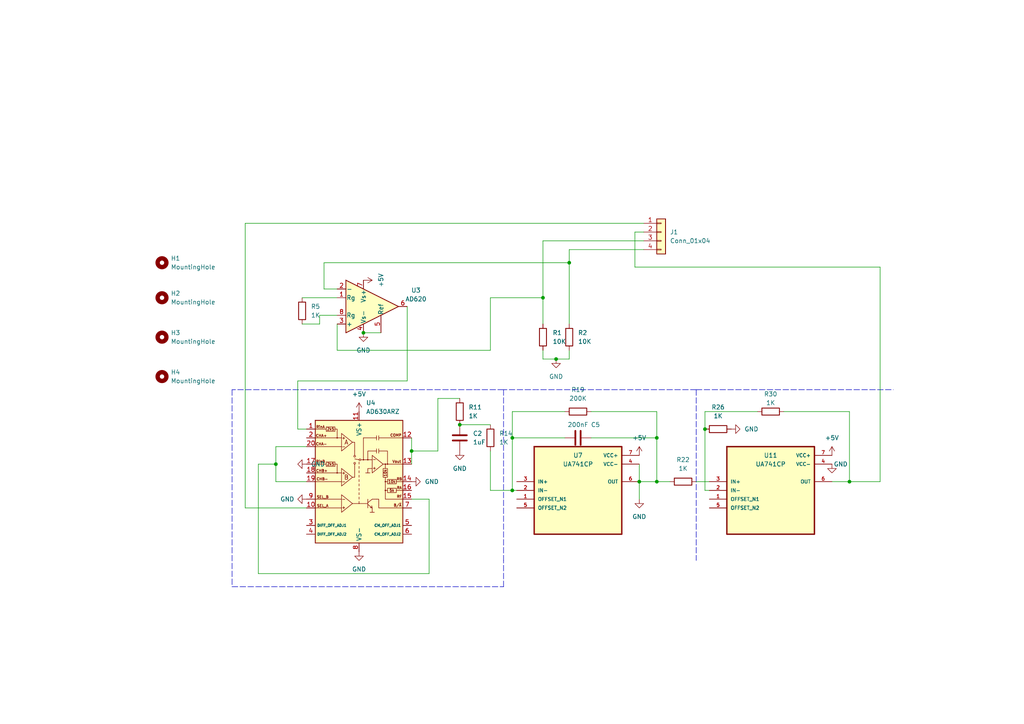
<source format=kicad_sch>
(kicad_sch (version 20211123) (generator eeschema)
  (paper "A4")
  (lib_symbols
    (symbol "Amplifier_Instrumentation:AD620" (pin_names (offset 0.127))
      (property "Reference" "U" (at 3.81 7.62 0))
      (property "Value" "AD620" (at 5.08 5.08 0))
      (symbol "AD620_0_1"
        (polyline (pts (xy -7.62 7.62) (xy -7.62 -7.62) (xy 7.62 0) (xy -7.62 7.62)) (stroke (width 0.254)) (fill (type background)))
      )
      (symbol "AD620_1_1"
        (pin passive line (at -10.16 2.54 0) (length 2.54) (name "Rg") (number "1"))
        (pin input line (at -10.16 5.08 0) (length 2.54) (name "-") (number "2"))
        (pin input line (at -10.16 -5.08 0) (length 2.54) (name "+") (number "3"))
        (pin power_in line (at -2.54 -7.62 90) (length 2.54) (name "Vs-") (number "4"))
        (pin passive line (at 2.54 -7.62 90) (length 5.08) (name "Ref") (number "5"))
        (pin output line (at 10.16 0 180) (length 2.54) (name "~") (number "6"))
        (pin power_in line (at -2.54 7.62 270) (length 2.54) (name "Vs+") (number "7"))
        (pin passive line (at -10.16 -2.54 0) (length 2.54) (name "Rg") (number "8"))
      )
    )
    (symbol "Analog:AD630ARZ"
      (property "Reference" "U" (at -8.89 19.05 0))
      (property "Value" "AD630ARZ" (at 6.35 19.05 0))
      (symbol "AD630ARZ_0_0"
        (text "+" (at -4.445 -7.493 0) (effects (font (size 0.889 0.889))))
        (text "+" (at -4.445 2.54 0) (effects (font (size 0.889 0.889))))
        (text "+" (at -4.445 12.7 0) (effects (font (size 0.889 0.889))))
        (text "+" (at 4.445 3.937 0) (effects (font (size 0.889 0.889))))
        (text "-" (at -4.445 -5.08 0) (effects (font (size 0.889 0.889))))
        (text "-" (at -4.445 0 0) (effects (font (size 0.889 0.889))))
        (text "-" (at -4.445 10.16 0) (effects (font (size 0.889 0.889))))
        (text "-" (at 4.445 6.477 0) (effects (font (size 0.889 0.889))))
        (text "10k" (at 7.62 2.54 900) (effects (font (size 0.762 0.762))))
        (text "10k" (at 9.525 0 0) (effects (font (size 0.762 0.762))))
        (text "2k5" (at -8.255 5.08 0) (effects (font (size 0.762 0.762))))
        (text "2k5" (at -8.255 15.24 0) (effects (font (size 0.762 0.762))))
        (text "5k" (at 9.525 -2.54 0) (effects (font (size 0.762 0.762))))
        (text "A" (at -3.683 11.43 0) (effects (font (size 1.27 1.27))))
        (text "B" (at -3.683 1.27 0) (effects (font (size 1.27 1.27))))
        (text "B/~{A}" (at 11.176 -6.858 0) (effects (font (size 0.762 0.762))))
        (text "CHA+" (at -10.922 13.335 0) (effects (font (size 0.762 0.762))))
        (text "CHA-" (at -10.922 10.922 0) (effects (font (size 0.762 0.762))))
        (text "CHB+" (at -10.795 3.175 0) (effects (font (size 0.762 0.762))))
        (text "CHB-" (at -10.668 0.762 0) (effects (font (size 0.762 0.762))))
        (text "COMP" (at 10.668 13.462 0) (effects (font (size 0.762 0.762))))
        (text "RA" (at 11.684 -1.778 0) (effects (font (size 0.762 0.762))))
        (text "RB" (at 11.684 0.762 0) (effects (font (size 0.762 0.762))))
        (text "RF" (at 11.684 -4.318 0) (effects (font (size 0.762 0.762))))
        (text "RinA" (at -11.176 15.875 0) (effects (font (size 0.762 0.762))))
        (text "RinB" (at -11.176 5.842 0) (effects (font (size 0.762 0.762))))
        (text "SEL_A" (at -10.541 -6.985 0) (effects (font (size 0.762 0.762))))
        (text "SEL_B" (at -10.541 -4.445 0) (effects (font (size 0.762 0.762))))
        (text "Vout" (at 10.922 5.842 0) (effects (font (size 0.762 0.762))))
      )
      (symbol "AD630ARZ_0_1"
        (rectangle (start -12.7 17.78) (end 12.7 -17.78) (stroke (width 0.254)) (fill (type background)))
        (circle (center -6.35 2.54) (radius 0.127))
        (circle (center -6.35 12.7) (radius 0.127))
        (circle (center -1.27 5.334) (radius 0.254))
        (circle (center -1.27 7.366) (radius 0.254))
        (polyline (pts (xy -12.7 -7.62) (xy -5.08 -7.62)))
        (polyline (pts (xy -12.7 -5.08) (xy -5.08 -5.08)))
        (polyline (pts (xy -12.7 0) (xy -5.08 0)))
        (polyline (pts (xy -12.7 5.08) (xy -9.525 5.08)))
        (polyline (pts (xy -12.7 10.16) (xy -5.08 10.16)))
        (polyline (pts (xy -12.7 15.24) (xy -9.525 15.24)))
        (polyline (pts (xy -6.35 12.7) (xy -5.08 12.7)))
        (polyline (pts (xy -1.905 -6.35) (xy 0 -6.35)))
        (polyline (pts (xy -1.27 8.89) (xy -1.27 7.62)))
        (polyline (pts (xy 0 -6.35) (xy 2.54 -6.35)))
        (polyline (pts (xy 0 -5.715) (xy 0 -6.35)))
        (polyline (pts (xy 0 -4.445) (xy 0 -5.08)))
        (polyline (pts (xy 0 -3.175) (xy 0 -3.81)))
        (polyline (pts (xy 0 -1.905) (xy 0 -2.54)))
        (polyline (pts (xy 0 -0.635) (xy 0 -1.27)))
        (polyline (pts (xy 0 0.635) (xy 0 0)))
        (polyline (pts (xy 0 1.905) (xy 0 1.27)))
        (polyline (pts (xy 0 3.175) (xy 0 2.54)))
        (polyline (pts (xy 0 4.445) (xy 0 3.81)))
        (polyline (pts (xy 0 5.715) (xy 0 5.08)))
        (polyline (pts (xy 0 6.35) (xy -1.27 6.604)))
        (polyline (pts (xy 1.27 6.35) (xy 0.508 6.35)))
        (polyline (pts (xy 1.27 6.35) (xy 1.27 12.7)))
        (polyline (pts (xy 1.27 6.35) (xy 3.81 6.35)))
        (polyline (pts (xy 1.905 2.54) (xy 3.175 2.54)))
        (polyline (pts (xy 2.54 -6.604) (xy 3.81 -7.62)))
        (polyline (pts (xy 2.54 -6.096) (xy 3.81 -5.08)))
        (polyline (pts (xy 2.54 -5.08) (xy 2.54 -7.62)))
        (polyline (pts (xy 3.81 -8.89) (xy 4.445 -8.89)))
        (polyline (pts (xy 3.81 -5.08) (xy 5.08 -5.08)))
        (polyline (pts (xy 3.81 7.62) (xy 3.81 2.54)))
        (polyline (pts (xy 5.08 9.525) (xy 5.08 8.255)))
        (polyline (pts (xy 5.08 12.065) (xy 5.08 12.7)))
        (polyline (pts (xy 5.715 9.525) (xy 5.715 8.255)))
        (polyline (pts (xy 5.715 12.7) (xy 12.7 12.7)))
        (polyline (pts (xy 5.715 13.335) (xy 5.715 12.065)))
        (polyline (pts (xy 7.62 1.27) (xy 7.62 -2.54)))
        (polyline (pts (xy 7.62 5.08) (xy 12.7 5.08)))
        (polyline (pts (xy 8.255 -2.54) (xy 7.62 -2.54)))
        (polyline (pts (xy 8.255 0) (xy 7.62 0)))
        (polyline (pts (xy 10.795 -2.54) (xy 12.7 -2.54)))
        (polyline (pts (xy 10.795 0) (xy 12.7 0)))
        (polyline (pts (xy -6.35 2.54) (xy -5.715 2.54) (xy -5.08 2.54)))
        (polyline (pts (xy -1.905 1.27) (xy -1.27 1.27) (xy -1.27 5.08)))
        (polyline (pts (xy -1.905 11.43) (xy -1.27 11.43) (xy -1.27 8.89)))
        (polyline (pts (xy 1.27 12.7) (xy 5.08 12.7) (xy 5.08 13.335)))
        (polyline (pts (xy 2.54 6.35) (xy 2.54 8.89) (xy 5.08 8.89)))
        (polyline (pts (xy 3.683 -6.985) (xy 3.81 -7.62) (xy 3.175 -7.493)))
        (polyline (pts (xy 3.81 -7.62) (xy 3.81 -8.89) (xy 3.175 -8.89)))
        (polyline (pts (xy 3.81 3.81) (xy 2.54 3.81) (xy 2.54 2.54)))
        (polyline (pts (xy 3.81 7.62) (xy 6.985 5.08) (xy 3.81 2.54)))
        (polyline (pts (xy 5.715 8.89) (xy 8.255 8.89) (xy 8.255 5.08)))
        (polyline (pts (xy 7.62 -2.54) (xy 7.62 -5.08) (xy 12.7 -5.08)))
        (polyline (pts (xy 7.62 3.81) (xy 7.62 5.08) (xy 6.985 5.08)))
        (polyline (pts (xy -6.985 5.08) (xy -6.35 5.08) (xy -6.35 2.54) (xy -12.7 2.54)))
        (polyline (pts (xy -6.985 15.24) (xy -6.35 15.24) (xy -6.35 12.7) (xy -12.7 12.7)))
        (polyline (pts (xy -5.08 -3.81) (xy -5.08 -8.89) (xy -1.905 -6.35) (xy -5.08 -3.81)))
        (polyline (pts (xy -5.08 3.81) (xy -5.08 -1.27) (xy -1.905 1.27) (xy -5.08 3.81)))
        (polyline (pts (xy -5.08 13.97) (xy -5.08 8.89) (xy -1.905 11.43) (xy -5.08 13.97)))
        (polyline (pts (xy 5.08 -5.08) (xy 5.715 -5.08) (xy 5.715 -7.62) (xy 12.7 -7.62)))
        (polyline (pts (xy -9.525 5.715) (xy -9.525 4.445) (xy -6.985 4.445) (xy -6.985 5.715) (xy -9.525 5.715)))
        (polyline (pts (xy -9.525 15.875) (xy -9.525 14.605) (xy -6.985 14.605) (xy -6.985 15.875) (xy -9.525 15.875)))
        (polyline (pts (xy 6.985 3.81) (xy 8.255 3.81) (xy 8.255 1.27) (xy 6.985 1.27) (xy 6.985 3.81)))
        (polyline (pts (xy 8.255 -1.905) (xy 8.255 -3.175) (xy 10.795 -3.175) (xy 10.795 -1.905) (xy 8.255 -1.905)))
        (polyline (pts (xy 8.255 0.635) (xy 8.255 -0.635) (xy 10.795 -0.635) (xy 10.795 0.635) (xy 8.255 0.635)))
        (circle (center 0.254 6.35) (radius 0.254))
        (circle (center 1.27 6.35) (radius 0.127))
        (circle (center 2.54 6.35) (radius 0.127))
        (circle (center 7.62 -2.54) (radius 0.127))
        (circle (center 7.62 0) (radius 0.127))
        (circle (center 7.62 5.08) (radius 0.127))
        (circle (center 8.255 5.08) (radius 0.127))
      )
      (symbol "AD630ARZ_1_1"
        (pin input line (at -15.24 15.24 0) (length 2.54) (name "RinA") (number "1"))
        (pin input line (at -15.24 -7.62 0) (length 2.54) (name "SEL_A") (number "10"))
        (pin power_in line (at 0 20.32 270) (length 2.54) (name "VS+") (number "11"))
        (pin passive line (at 15.24 12.7 180) (length 2.54) (name "COMP") (number "12"))
        (pin output line (at 15.24 5.08 180) (length 2.54) (name "Vout") (number "13"))
        (pin output line (at 15.24 0 180) (length 2.54) (name "RB") (number "14"))
        (pin output line (at 15.24 -5.08 180) (length 2.54) (name "RF") (number "15"))
        (pin output line (at 15.24 -2.54 180) (length 2.54) (name "RA") (number "16"))
        (pin input line (at -15.24 5.08 0) (length 2.54) (name "RinB") (number "17"))
        (pin input line (at -15.24 2.54 0) (length 2.54) (name "CHB+") (number "18"))
        (pin input line (at -15.24 0 0) (length 2.54) (name "CHB-") (number "19"))
        (pin input line (at -15.24 12.7 0) (length 2.54) (name "CHA+") (number "2"))
        (pin input line (at -15.24 10.16 0) (length 2.54) (name "CHA-") (number "20"))
        (pin passive line (at -15.24 -12.7 0) (length 2.54) (name "DIFF_OFF_ADJ1") (number "3"))
        (pin passive line (at -15.24 -15.24 0) (length 2.54) (name "DIFF_OFF_ADJ2") (number "4"))
        (pin passive line (at 15.24 -12.7 180) (length 2.54) (name "CM_OFF_ADJ1") (number "5"))
        (pin passive line (at 15.24 -15.24 180) (length 2.54) (name "CM_OFF_ADJ2") (number "6"))
        (pin open_collector line (at 15.24 -7.62 180) (length 2.54) (name "B/~{A}") (number "7"))
        (pin power_in line (at 0 -20.32 90) (length 2.54) (name "VS-") (number "8"))
        (pin input line (at -15.24 -5.08 0) (length 2.54) (name "SEL_B") (number "9"))
      )
    )
    (symbol "Connector_Generic:Conn_01x04" (pin_names (offset 1.016) hide)
      (property "Reference" "J" (at 0 5.08 0))
      (property "Value" "Conn_01x04" (at 0 -7.62 0))
      (symbol "Conn_01x04_1_1"
        (rectangle (start -1.27 -4.953) (end 0 -5.207) (stroke (width 0.1524)))
        (rectangle (start -1.27 -2.413) (end 0 -2.667) (stroke (width 0.1524)))
        (rectangle (start -1.27 0.127) (end 0 -0.127) (stroke (width 0.1524)))
        (rectangle (start -1.27 2.667) (end 0 2.413) (stroke (width 0.1524)))
        (rectangle (start -1.27 3.81) (end 1.27 -6.35) (stroke (width 0.254)) (fill (type background)))
        (pin passive line (at -5.08 2.54 0) (length 3.81) (name "Pin_1") (number "1"))
        (pin passive line (at -5.08 0 0) (length 3.81) (name "Pin_2") (number "2"))
        (pin passive line (at -5.08 -2.54 0) (length 3.81) (name "Pin_3") (number "3"))
        (pin passive line (at -5.08 -5.08 0) (length 3.81) (name "Pin_4") (number "4"))
      )
    )
    (symbol "Device:C" (pin_numbers hide) (pin_names (offset 0.254))
      (property "Reference" "C" (at 0.635 2.54 0))
      (property "Value" "C" (at 0.635 -2.54 0))
      (symbol "C_0_1"
        (polyline (pts (xy -2.032 -0.762) (xy 2.032 -0.762)) (stroke (width 0.508)))
        (polyline (pts (xy -2.032 0.762) (xy 2.032 0.762)) (stroke (width 0.508)))
      )
      (symbol "C_1_1"
        (pin passive line (at 0 3.81 270) (length 2.794) (name "~") (number "1"))
        (pin passive line (at 0 -3.81 90) (length 2.794) (name "~") (number "2"))
      )
    )
    (symbol "Device:R" (pin_numbers hide) (pin_names (offset 0))
      (property "Reference" "R" (at 2.032 0 90))
      (property "Value" "R" (at 0 0 90))
      (symbol "R_0_1"
        (rectangle (start -1.016 -2.54) (end 1.016 2.54) (stroke (width 0.254)))
      )
      (symbol "R_1_1"
        (pin passive line (at 0 3.81 270) (length 1.27) (name "~") (number "1"))
        (pin passive line (at 0 -3.81 90) (length 1.27) (name "~") (number "2"))
      )
    )
    (symbol "Mechanical:MountingHole" (pin_names (offset 1.016))
      (property "Reference" "H" (at 0 5.08 0))
      (property "Value" "MountingHole" (at 0 3.175 0))
      (symbol "MountingHole_0_1"
        (circle (center 0 0) (radius 1.27) (stroke (width 1.27)))
      )
    )
    (symbol "power:+5V" (power) (pin_names (offset 0))
      (property "Value" "+5V" (at 0 3.556 0))
      (symbol "+5V_0_1"
        (polyline (pts (xy -0.762 1.27) (xy 0 2.54)))
        (polyline (pts (xy 0 0) (xy 0 2.54)))
        (polyline (pts (xy 0 2.54) (xy 0.762 1.27)))
      )
      (symbol "+5V_1_1"
        (pin power_in line (at 0 0 90) (length 0) hide (name "+5V") (number "1"))
      )
    )
    (symbol "power:GND" (power) (pin_names (offset 0))
      (property "Value" "GND" (at 0 -3.81 0))
      (symbol "GND_0_1"
        (polyline (pts (xy 0 0) (xy 0 -1.27) (xy 1.27 -1.27) (xy 0 -2.54) (xy -1.27 -1.27) (xy 0 -1.27)))
      )
      (symbol "GND_1_1"
        (pin power_in line (at 0 0 270) (length 0) hide (name "GND") (number "1"))
      )
    )
    (symbol "uA741:UA741CP" (pin_names (offset 1.016))
      (property "Reference" "U" (at -12.7 13.6906 0))
      (property "Value" "UA741CP" (at -12.7 -16.6878 0))
      (symbol "UA741CP_0_0"
        (rectangle (start -12.7 -12.7) (end 12.7 12.7) (stroke (width 0.4064)) (fill (type background)))
        (pin input line (at -17.78 -2.54 0) (length 5.08) (name "OFFSET_N1") (number "1"))
        (pin input line (at -17.78 0 0) (length 5.08) (name "IN-") (number "2"))
        (pin input line (at -17.78 2.54 0) (length 5.08) (name "IN+") (number "3"))
        (pin power_in line (at 17.78 7.62 180) (length 5.08) (name "VCC-") (number "4"))
        (pin input line (at -17.78 -5.08 0) (length 5.08) (name "OFFSET_N2") (number "5"))
        (pin output line (at 17.78 2.54 180) (length 5.08) (name "OUT") (number "6"))
        (pin power_in line (at 17.78 10.16 180) (length 5.08) (name "VCC+") (number "7"))
      )
    )
  )
  (junction (at 165.1 76.2))
  (junction (at 133.35 123.19))
  (junction (at 204.47 124.46))
  (junction (at 105.41 96.52))
  (junction (at 190.5 127))
  (junction (at 190.5 139.7))
  (junction (at 185.42 139.7))
  (junction (at 148.59 142.24))
  (junction (at 157.48 86.36))
  (junction (at 148.59 127))
  (junction (at 161.29 104.14))
  (junction (at 119.38 130.81))
  (junction (at 246.38 139.7))
  (junction (at 80.01 134.62))
  (wire (pts (xy 71.12 64.77) (xy 186.69 64.77)))
  (polyline (pts (xy 146.05 113.03) (xy 146.05 162.56)))
  (wire (pts (xy 93.98 76.2) (xy 93.98 83.82)))
  (wire (pts (xy 119.38 127) (xy 119.38 130.81)))
  (wire (pts (xy 184.15 77.47) (xy 255.27 77.47)))
  (wire (pts (xy 118.11 88.9) (xy 118.11 110.49)))
  (wire (pts (xy 86.36 110.49) (xy 86.36 124.46)))
  (wire (pts (xy 204.47 119.38) (xy 204.47 124.46)))
  (wire (pts (xy 88.9 147.32) (xy 71.12 147.32)))
  (wire (pts (xy 194.31 139.7) (xy 190.5 139.7)))
  (wire (pts (xy 88.9 139.7) (xy 80.01 139.7)))
  (polyline (pts (xy 201.93 113.03) (xy 201.93 162.56)))
  (wire (pts (xy 105.41 96.52) (xy 110.49 96.52)))
  (wire (pts (xy 142.24 101.6) (xy 97.79 101.6)))
  (wire (pts (xy 157.48 104.14) (xy 161.29 104.14)))
  (wire (pts (xy 246.38 139.7) (xy 255.27 139.7)))
  (wire (pts (xy 157.48 69.85) (xy 186.69 69.85)))
  (wire (pts (xy 171.45 119.38) (xy 190.5 119.38)))
  (wire (pts (xy 80.01 139.7) (xy 80.01 134.62)))
  (wire (pts (xy 157.48 86.36) (xy 157.48 69.85)))
  (wire (pts (xy 165.1 104.14) (xy 161.29 104.14)))
  (wire (pts (xy 204.47 124.46) (xy 204.47 142.24)))
  (wire (pts (xy 165.1 72.39) (xy 165.1 76.2)))
  (wire (pts (xy 148.59 127) (xy 163.83 127)))
  (wire (pts (xy 148.59 119.38) (xy 148.59 127)))
  (wire (pts (xy 190.5 127) (xy 190.5 139.7)))
  (wire (pts (xy 80.01 129.54) (xy 88.9 129.54)))
  (wire (pts (xy 255.27 77.47) (xy 255.27 139.7)))
  (wire (pts (xy 185.42 139.7) (xy 190.5 139.7)))
  (polyline (pts (xy 67.31 170.18) (xy 146.05 170.18)))
  (wire (pts (xy 142.24 101.6) (xy 142.24 86.36)))
  (wire (pts (xy 142.24 86.36) (xy 157.48 86.36)))
  (wire (pts (xy 142.24 142.24) (xy 148.59 142.24)))
  (wire (pts (xy 86.36 124.46) (xy 88.9 124.46)))
  (wire (pts (xy 93.98 83.82) (xy 97.79 83.82)))
  (wire (pts (xy 133.35 123.19) (xy 142.24 123.19)))
  (wire (pts (xy 184.15 77.47) (xy 184.15 67.31)))
  (wire (pts (xy 97.79 91.44) (xy 92.71 91.44)))
  (wire (pts (xy 74.93 166.37) (xy 74.93 134.62)))
  (wire (pts (xy 227.33 119.38) (xy 246.38 119.38)))
  (wire (pts (xy 93.98 76.2) (xy 165.1 76.2)))
  (wire (pts (xy 92.71 93.98) (xy 87.63 93.98)))
  (wire (pts (xy 171.45 127) (xy 190.5 127)))
  (wire (pts (xy 148.59 142.24) (xy 148.59 127)))
  (wire (pts (xy 124.46 144.78) (xy 124.46 166.37)))
  (wire (pts (xy 185.42 134.62) (xy 185.42 139.7)))
  (polyline (pts (xy 146.05 113.03) (xy 67.31 113.03)))
  (wire (pts (xy 119.38 144.78) (xy 124.46 144.78)))
  (wire (pts (xy 165.1 76.2) (xy 165.1 93.98)))
  (wire (pts (xy 127 115.57) (xy 133.35 115.57)))
  (wire (pts (xy 118.11 110.49) (xy 86.36 110.49)))
  (wire (pts (xy 186.69 72.39) (xy 165.1 72.39)))
  (wire (pts (xy 127 115.57) (xy 127 130.81)))
  (wire (pts (xy 190.5 119.38) (xy 190.5 127)))
  (wire (pts (xy 71.12 147.32) (xy 71.12 64.77)))
  (wire (pts (xy 219.71 119.38) (xy 204.47 119.38)))
  (wire (pts (xy 157.48 101.6) (xy 157.48 104.14)))
  (wire (pts (xy 165.1 101.6) (xy 165.1 104.14)))
  (wire (pts (xy 142.24 130.81) (xy 142.24 142.24)))
  (wire (pts (xy 148.59 142.24) (xy 149.86 142.24)))
  (wire (pts (xy 241.3 139.7) (xy 246.38 139.7)))
  (wire (pts (xy 92.71 91.44) (xy 92.71 93.98)))
  (wire (pts (xy 205.74 139.7) (xy 201.93 139.7)))
  (wire (pts (xy 87.63 86.36) (xy 97.79 86.36)))
  (wire (pts (xy 80.01 134.62) (xy 80.01 129.54)))
  (wire (pts (xy 74.93 134.62) (xy 80.01 134.62)))
  (wire (pts (xy 163.83 119.38) (xy 148.59 119.38)))
  (polyline (pts (xy 146.05 170.18) (xy 146.05 162.56)))
  (wire (pts (xy 74.93 166.37) (xy 124.46 166.37)))
  (wire (pts (xy 97.79 93.98) (xy 97.79 101.6)))
  (wire (pts (xy 119.38 130.81) (xy 119.38 134.62)))
  (polyline (pts (xy 201.93 113.03) (xy 259.08 113.03)))
  (polyline (pts (xy 201.93 113.03) (xy 146.05 113.03)))
  (wire (pts (xy 204.47 142.24) (xy 205.74 142.24)))
  (wire (pts (xy 184.15 67.31) (xy 186.69 67.31)))
  (wire (pts (xy 119.38 130.81) (xy 127 130.81)))
  (polyline (pts (xy 67.31 113.03) (xy 67.31 170.18)))
  (wire (pts (xy 157.48 93.98) (xy 157.48 86.36)))
  (wire (pts (xy 246.38 119.38) (xy 246.38 139.7)))
  (wire (pts (xy 185.42 139.7) (xy 185.42 144.78)))
  (symbol (lib_id "Mechanical:MountingHole") (at 46.99 76.2 0) (unit 1)
    (property "Reference" "H1" (at 49.53 74.9299 0) (effects (justify left)))
    (property "Value" "MountingHole" (at 49.53 77.4699 0) (effects (justify left)))
    (property "Footprint" "MountingHole:MountingHole_3.2mm_M3" (effects hide))
  )
  (symbol (lib_id "Device:R") (at 198.12 139.7 270) (unit 1)
    (property "Reference" "R22" (at 198.12 133.35 90))
    (property "Value" "1K" (at 198.12 135.89 90))
    (property "Footprint" "Resistor_SMD:R_0805_2012Metric_Pad1.20x1.40mm_HandSolder" (effects hide))
  )
  (symbol (lib_id "Mechanical:MountingHole") (at 46.99 86.36 0) (unit 1)
    (property "Reference" "H2" (at 49.53 85.0899 0) (effects (justify left)))
    (property "Value" "MountingHole" (at 49.53 87.6299 0) (effects (justify left)))
    (property "Footprint" "MountingHole:MountingHole_3.2mm_M3" (effects hide))
  )
  (symbol (lib_id "power:GND") (at 104.14 160.02 0) (unit 1)
    (property "Reference" "#PWR0114" (effects hide))
    (property "Value" "GND" (at 104.14 165.1 0))
  )
  (symbol (lib_id "Device:R") (at 87.63 90.17 0) (unit 1)
    (property "Reference" "R5" (at 90.17 88.8999 0) (effects (justify left)))
    (property "Value" "1K" (at 90.17 91.4399 0) (effects (justify left)))
    (property "Footprint" "Resistor_SMD:R_0805_2012Metric_Pad1.20x1.40mm_HandSolder" (effects hide))
  )
  (symbol (lib_id "power:GND") (at 133.35 130.81 0) (unit 1)
    (property "Reference" "#PWR0101" (effects hide))
    (property "Value" "GND" (at 133.35 135.89 0))
  )
  (symbol (lib_id "power:GND") (at 241.3 134.62 0) (unit 1)
    (property "Reference" "#PWR0108" (effects hide))
    (property "Value" "GND" (at 243.84 134.62 0))
  )
  (symbol (lib_id "Device:R") (at 142.24 127 180) (unit 1)
    (property "Reference" "R14" (at 144.78 125.7299 0) (effects (justify right)))
    (property "Value" "1K" (at 144.78 128.2699 0) (effects (justify right)))
    (property "Footprint" "Resistor_SMD:R_0805_2012Metric_Pad1.20x1.40mm_HandSolder" (effects hide))
  )
  (symbol (lib_id "power:+5V") (at 185.42 132.08 0) (unit 1)
    (property "Reference" "#PWR0106" (effects hide))
    (property "Value" "+5V" (at 185.42 127 0))
  )
  (symbol (lib_id "Device:C") (at 133.35 127 180) (unit 1)
    (property "Reference" "C2" (at 137.16 125.7299 0) (effects (justify right)))
    (property "Value" "1uF" (at 137.16 128.2699 0) (effects (justify right)))
    (property "Footprint" "Capacitor_SMD:C_0805_2012Metric_Pad1.18x1.45mm_HandSolder" (effects hide))
  )
  (symbol (lib_id "power:GND") (at 185.42 144.78 0) (unit 1)
    (property "Reference" "#PWR0105" (effects hide))
    (property "Value" "GND" (at 185.42 149.86 0))
  )
  (symbol (lib_id "Device:R") (at 133.35 119.38 180) (unit 1)
    (property "Reference" "R11" (at 135.89 118.1099 0) (effects (justify right)))
    (property "Value" "1K" (at 135.89 120.6499 0) (effects (justify right)))
    (property "Footprint" "Resistor_SMD:R_0805_2012Metric_Pad1.20x1.40mm_HandSolder" (effects hide))
  )
  (symbol (lib_id "Connector_Generic:Conn_01x04") (at 191.77 67.31 0) (unit 1)
    (property "Reference" "J1" (at 194.31 67.3099 0) (effects (justify left)))
    (property "Value" "Conn_01x04" (at 194.31 69.8499 0) (effects (justify left)))
    (property "Footprint" "Connector_Molex:Molex_KK-254_AE-6410-04A_1x04_P2.54mm_Vertical" (effects hide))
  )
  (symbol (lib_id "power:GND") (at 161.29 104.14 0) (unit 1)
    (property "Reference" "#PWR0143" (effects hide))
    (property "Value" "GND" (at 161.29 109.22 0))
  )
  (symbol (lib_id "power:GND") (at 212.09 124.46 90) (unit 1)
    (property "Reference" "#PWR0109" (effects hide))
    (property "Value" "GND" (at 215.9 124.4599 90) (effects (justify right)))
  )
  (symbol (lib_id "Analog:AD630ARZ") (at 104.14 139.7 0) (unit 1)
    (property "Reference" "U4" (at 106.1594 116.84 0) (effects (justify left)))
    (property "Value" "AD630ARZ" (at 106.1594 119.38 0) (effects (justify left)))
    (property "Footprint" "Package_SO:SOIC-20W_7.5x12.8mm_P1.27mm" (effects hide))
    (property "Datasheet" "https://www.analog.com/media/en/technical-documentation/data-sheets/ad630.pdf" (effects hide))
  )
  (symbol (lib_id "Device:R") (at 223.52 119.38 270) (unit 1)
    (property "Reference" "R30" (at 223.52 114.3 90))
    (property "Value" "1K" (at 223.52 116.84 90))
    (property "Footprint" "Resistor_SMD:R_0805_2012Metric_Pad1.20x1.40mm_HandSolder" (effects hide))
  )
  (symbol (lib_id "power:+5V") (at 104.14 119.38 0) (unit 1)
    (property "Reference" "#PWR0116" (effects hide))
    (property "Value" "+5V" (at 104.14 114.3 0))
  )
  (symbol (lib_id "Device:R") (at 208.28 124.46 270) (unit 1)
    (property "Reference" "R26" (at 208.28 118.11 90))
    (property "Value" "1K" (at 208.28 120.65 90))
    (property "Footprint" "Resistor_SMD:R_0805_2012Metric_Pad1.20x1.40mm_HandSolder" (effects hide))
  )
  (symbol (lib_id "Amplifier_Instrumentation:AD620") (at 107.95 88.9 0) (unit 1)
    (property "Reference" "U3" (at 120.65 84.201 0))
    (property "Value" "AD620" (at 120.65 86.741 0))
    (property "Footprint" "AD620:DIL08" (effects hide))
    (property "Datasheet" "https://www.analog.com/media/en/technical-documentation/data-sheets/AD620.pdf" (effects hide))
  )
  (symbol (lib_id "power:+5V") (at 105.41 81.28 270) (unit 1)
    (property "Reference" "#PWR0149" (effects hide))
    (property "Value" "+5V" (at 110.49 81.28 0))
  )
  (symbol (lib_id "uA741:UA741CP") (at 167.64 142.24 0) (unit 1)
    (property "Reference" "U7" (at 167.64 132.08 0))
    (property "Value" "UA741CP" (at 167.64 134.62 0))
    (property "Footprint" "uA741:DIP794W45P254L959H508Q8" (effects hide))
  )
  (symbol (lib_id "power:GND") (at 119.38 139.7 90) (unit 1)
    (property "Reference" "#PWR0113" (effects hide))
    (property "Value" "GND" (at 123.19 139.6999 90) (effects (justify right)))
  )
  (symbol (lib_id "Device:R") (at 165.1 97.79 0) (unit 1)
    (property "Reference" "R2" (at 167.64 96.5199 0) (effects (justify left)))
    (property "Value" "10K" (at 167.64 99.0599 0) (effects (justify left)))
    (property "Footprint" "Resistor_SMD:R_0805_2012Metric_Pad1.20x1.40mm_HandSolder" (effects hide))
  )
  (symbol (lib_id "Device:R") (at 157.48 97.79 0) (unit 1)
    (property "Reference" "R1" (at 160.2687 96.5199 0) (effects (justify left)))
    (property "Value" "10K" (at 160.2687 99.0599 0) (effects (justify left)))
    (property "Footprint" "Resistor_SMD:R_0805_2012Metric_Pad1.20x1.40mm_HandSolder" (effects hide))
  )
  (symbol (lib_id "Mechanical:MountingHole") (at 46.99 109.22 0) (unit 1)
    (property "Reference" "H4" (at 49.53 107.9499 0) (effects (justify left)))
    (property "Value" "MountingHole" (at 49.53 110.4899 0) (effects (justify left)))
    (property "Footprint" "MountingHole:MountingHole_3.2mm_M3" (effects hide))
  )
  (symbol (lib_id "power:GND") (at 88.9 134.62 270) (unit 1)
    (property "Reference" "#PWR0112" (effects hide))
    (property "Value" "GND" (at 90.17 134.6199 90) (effects (justify left)))
  )
  (symbol (lib_id "power:GND") (at 88.9 144.78 270) (unit 1)
    (property "Reference" "#PWR0115" (effects hide))
    (property "Value" "GND" (at 81.28 144.78 90) (effects (justify left)))
  )
  (symbol (lib_id "power:GND") (at 105.41 96.52 0) (unit 1)
    (property "Reference" "#PWR0148" (effects hide))
    (property "Value" "GND" (at 105.41 101.6 0))
  )
  (symbol (lib_id "Mechanical:MountingHole") (at 46.99 97.79 0) (unit 1)
    (property "Reference" "H3" (at 49.53 96.5199 0) (effects (justify left)))
    (property "Value" "MountingHole" (at 49.53 99.0599 0) (effects (justify left)))
    (property "Footprint" "MountingHole:MountingHole_3.2mm_M3" (effects hide))
  )
  (symbol (lib_id "Device:C") (at 167.64 127 270) (unit 1)
    (property "Reference" "C5" (at 172.72 123.19 90))
    (property "Value" "200nF" (at 167.64 123.19 90))
    (property "Footprint" "Capacitor_SMD:C_0805_2012Metric_Pad1.18x1.45mm_HandSolder" (effects hide))
  )
  (symbol (lib_id "uA741:UA741CP") (at 223.52 142.24 0) (unit 1)
    (property "Reference" "U11" (at 223.52 132.08 0))
    (property "Value" "UA741CP" (at 223.52 134.62 0))
    (property "Footprint" "uA741:DIP794W45P254L959H508Q8" (effects hide))
  )
  (symbol (lib_id "power:+5V") (at 241.3 132.08 0) (unit 1)
    (property "Reference" "#PWR0107" (effects hide))
    (property "Value" "+5V" (at 241.3 127 0))
  )
  (symbol (lib_id "Device:R") (at 167.64 119.38 270) (unit 1)
    (property "Reference" "R19" (at 167.64 113.03 90))
    (property "Value" "200K" (at 167.64 115.57 90))
    (property "Footprint" "Resistor_SMD:R_0805_2012Metric_Pad1.20x1.40mm_HandSolder" (effects hide))
  )
)
</source>
